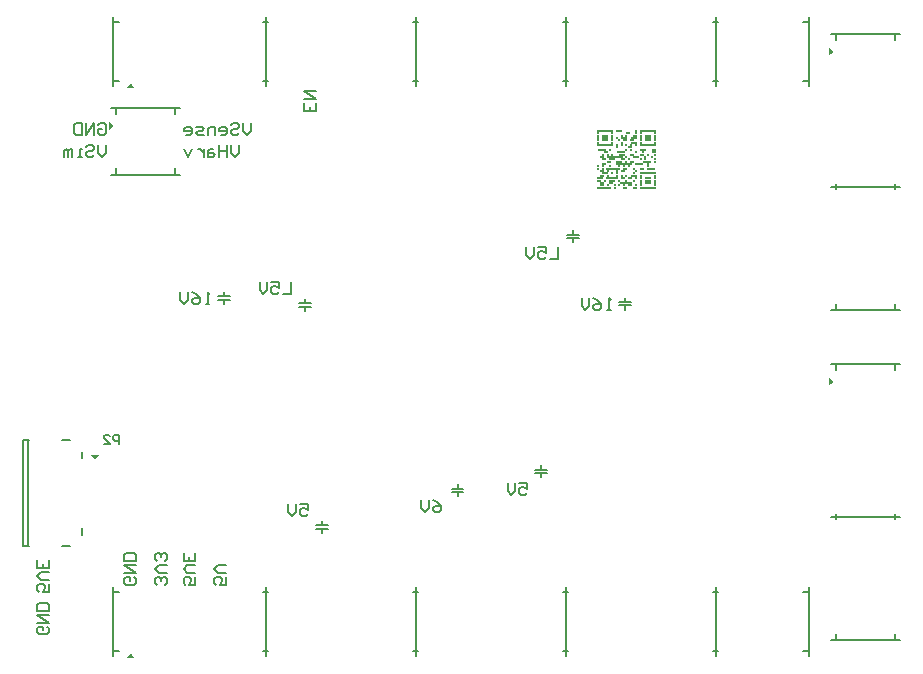
<source format=gbr>
%TF.GenerationSoftware,Altium Limited,Altium Designer,23.9.2 (47)*%
G04 Layer_Color=32896*
%FSLAX45Y45*%
%MOMM*%
%TF.SameCoordinates,F1AFF133-CB08-443C-B5AD-2193434A7FAF*%
%TF.FilePolarity,Positive*%
%TF.FileFunction,Legend,Bot*%
%TF.Part,Single*%
G01*
G75*
%TA.AperFunction,NonConductor*%
%ADD108C,0.15000*%
%ADD109C,0.20000*%
%ADD110R,1.40000X0.15001*%
%ADD111R,0.60000X0.15001*%
%ADD112R,0.20000X0.15001*%
%ADD113R,0.40000X0.15001*%
%ADD114R,0.60000X0.14996*%
%ADD115R,0.20000X0.14996*%
%ADD116R,0.40000X0.14996*%
%ADD117R,1.40000X0.14996*%
%ADD118R,0.80000X0.14996*%
%ADD119R,1.20000X0.14996*%
%ADD120R,1.00000X0.14996*%
G36*
X7988000Y5143500D02*
X7948000Y5111343D01*
Y5175658D01*
X7988000Y5143500D01*
D02*
G37*
G36*
X2064157Y4836500D02*
X1999842D01*
X2032000Y4876500D01*
X2064157Y4836500D01*
D02*
G37*
G36*
X1892000Y4512400D02*
X1852000Y4480243D01*
Y4544558D01*
X1892000Y4512400D01*
D02*
G37*
G36*
X7988000Y2349500D02*
X7948000Y2317343D01*
Y2381658D01*
X7988000Y2349500D01*
D02*
G37*
G36*
X1728921Y1690706D02*
X1696764Y1729294D01*
X1761079D01*
X1728921Y1690706D01*
D02*
G37*
G36*
X2064157Y10500D02*
X1999842D01*
X2032000Y50500D01*
X2064157Y10500D01*
D02*
G37*
D108*
X5730000Y3565000D02*
X5830000D01*
X5730000Y3595000D02*
X5830000D01*
X5779927D02*
Y3630000D01*
Y3530000D02*
X5780000Y3565000D01*
X5460000Y1575000D02*
X5560000D01*
X5460000Y1605000D02*
X5560000D01*
X5509927D02*
Y1640000D01*
Y1540000D02*
X5510000Y1575000D01*
X6170000Y2995000D02*
X6270000D01*
X6170000Y3025000D02*
X6270000D01*
X6219927D02*
Y3060000D01*
Y2960000D02*
X6220000Y2995000D01*
X3460000Y3015000D02*
X3560000D01*
X3460000Y2985000D02*
X3560000D01*
X3510073Y2950000D02*
Y2985000D01*
X3510000Y3015000D02*
X3510073Y3050000D01*
X3600000Y1135000D02*
X3700000D01*
X3600000Y1105000D02*
X3700000D01*
X3650073Y1070000D02*
Y1105000D01*
X3650000Y1135000D02*
X3650073Y1170000D01*
X4750000Y1415000D02*
X4850000D01*
X4750000Y1445000D02*
X4850000D01*
X4799927D02*
Y1480000D01*
Y1380000D02*
X4800000Y1415000D01*
X2770000Y3075000D02*
X2870000D01*
X2770000Y3045000D02*
X2870000D01*
X2820073Y3010000D02*
Y3045000D01*
X2820000Y3075000D02*
X2820073Y3110000D01*
X1120000Y955000D02*
Y1855000D01*
X1620000Y1055000D02*
Y1110000D01*
X1120000Y1855000D02*
X1170000D01*
X1160000Y955179D02*
Y1855000D01*
X1120000Y955000D02*
X1170000D01*
X1450000D02*
X1520000D01*
X1620000Y1700000D02*
Y1755000D01*
X1450000Y1855000D02*
X1520000D01*
X1936645Y1820013D02*
Y1899987D01*
X1896658D01*
X1883329Y1886658D01*
Y1860000D01*
X1896658Y1846671D01*
X1936645D01*
X1803355Y1820013D02*
X1856671D01*
X1803355Y1873329D01*
Y1886658D01*
X1816684Y1899987D01*
X1843342D01*
X1856671Y1886658D01*
D109*
X8508000Y2449500D02*
Y2499500D01*
X7963000Y2501500D02*
X8548000D01*
X8003000Y2449500D02*
Y2499500D01*
X7963000Y1206500D02*
X8548000D01*
X8508000Y1184500D02*
Y1229500D01*
X8003000Y1184500D02*
Y1229500D01*
X7972000Y1206500D02*
X8537000D01*
X8003000Y1184500D02*
Y1229500D01*
X8508000Y1184500D02*
Y1229500D01*
Y164500D02*
Y214500D01*
X8003000Y164500D02*
Y214500D01*
X7963000Y160500D02*
X8548000D01*
X8508000Y5243500D02*
Y5293500D01*
X7963000Y5295500D02*
X8548000D01*
X8003000Y5243500D02*
Y5293500D01*
X7963000Y4000500D02*
X8548000D01*
X8508000Y3978500D02*
Y4023500D01*
X8003000Y3978500D02*
Y4023500D01*
X7972000Y4000500D02*
X8537000D01*
X8003000Y3978500D02*
Y4023500D01*
X8508000Y3978500D02*
Y4023500D01*
Y2958500D02*
Y3008500D01*
X8003000Y2958500D02*
Y3008500D01*
X7963000Y2954500D02*
X8548000D01*
X6962000Y570500D02*
X7007000D01*
X6962000Y65500D02*
X7007000D01*
X6985000Y34500D02*
Y599500D01*
X6962000Y65500D02*
X7007000D01*
X6962000Y570500D02*
X7007000D01*
X6985000Y25500D02*
Y610500D01*
X5692000Y570500D02*
X5737000D01*
X5692000Y65500D02*
X5737000D01*
X5715000Y34500D02*
Y599500D01*
X5692000Y65500D02*
X5737000D01*
X5692000Y570500D02*
X5737000D01*
X5715000Y25500D02*
Y610500D01*
X4422000Y570500D02*
X4467000D01*
X4422000Y65500D02*
X4467000D01*
X4445000Y34500D02*
Y599500D01*
X4422000Y65500D02*
X4467000D01*
X4422000Y570500D02*
X4467000D01*
X4445000Y25500D02*
Y610500D01*
X7777000Y25500D02*
Y610500D01*
X7723000Y65500D02*
X7773000D01*
X7723000Y570500D02*
X7773000D01*
X3152000D02*
X3197000D01*
X3152000Y65500D02*
X3197000D01*
X3175000Y34500D02*
Y599500D01*
X3152000Y65500D02*
X3197000D01*
X3152000Y570500D02*
X3197000D01*
X3175000Y25500D02*
Y610500D01*
X1882000Y65500D02*
X1932000D01*
X1880000Y25500D02*
Y610500D01*
X1882000Y570500D02*
X1932000D01*
X6962000Y5396500D02*
X7007000D01*
X6962000Y4891500D02*
X7007000D01*
X6985000Y4860500D02*
Y5425500D01*
X6962000Y4891500D02*
X7007000D01*
X6962000Y5396500D02*
X7007000D01*
X6985000Y4851500D02*
Y5436500D01*
X5692000Y5396500D02*
X5737000D01*
X5692000Y4891500D02*
X5737000D01*
X5715000Y4860500D02*
Y5425500D01*
X5692000Y4891500D02*
X5737000D01*
X5692000Y5396500D02*
X5737000D01*
X5715000Y4851500D02*
Y5436500D01*
X4422000Y5396500D02*
X4467000D01*
X4422000Y4891500D02*
X4467000D01*
X4445000Y4860500D02*
Y5425500D01*
X4422000Y4891500D02*
X4467000D01*
X4422000Y5396500D02*
X4467000D01*
X4445000Y4851500D02*
Y5436500D01*
X7777000Y4851500D02*
Y5436500D01*
X7723000Y4891500D02*
X7773000D01*
X7723000Y5396500D02*
X7773000D01*
X3152000D02*
X3197000D01*
X3152000Y4891500D02*
X3197000D01*
X3175000Y4860500D02*
Y5425500D01*
X3152000Y4891500D02*
X3197000D01*
X3152000Y5396500D02*
X3197000D01*
X3175000Y4851500D02*
Y5436500D01*
X1882000Y4891500D02*
X1932000D01*
X1880000Y4851500D02*
Y5436500D01*
X1882000Y5396500D02*
X1932000D01*
X2412000Y4112400D02*
Y4157400D01*
X1907000Y4112400D02*
Y4157400D01*
X1867000Y4101400D02*
X2452000D01*
X2412000Y4612400D02*
Y4657400D01*
X1867000Y4664400D02*
X2452000D01*
X1907000Y4612400D02*
Y4657400D01*
X3390000Y3189968D02*
Y3090000D01*
X3323355D01*
X3223387Y3189968D02*
X3290032D01*
Y3139984D01*
X3256710Y3156645D01*
X3240048D01*
X3223387Y3139984D01*
Y3106661D01*
X3240048Y3090000D01*
X3273371D01*
X3290032Y3106661D01*
X3190064Y3189968D02*
Y3123322D01*
X3156742Y3090000D01*
X3123419Y3123322D01*
Y3189968D01*
X6100000Y2960000D02*
X6066677D01*
X6083339D01*
Y3059968D01*
X6100000Y3043306D01*
X5950049Y3059968D02*
X5983371Y3043306D01*
X6016694Y3009984D01*
Y2976661D01*
X6000032Y2960000D01*
X5966710D01*
X5950049Y2976661D01*
Y2993322D01*
X5966710Y3009984D01*
X6016694D01*
X5916726Y3059968D02*
Y2993322D01*
X5883403Y2960000D01*
X5850081Y2993322D01*
Y3059968D01*
X5323355Y1489968D02*
X5390000D01*
Y1439984D01*
X5356678Y1456645D01*
X5340016D01*
X5323355Y1439984D01*
Y1406661D01*
X5340016Y1390000D01*
X5373339D01*
X5390000Y1406661D01*
X5290032Y1489968D02*
Y1423323D01*
X5256710Y1390000D01*
X5223387Y1423323D01*
Y1489968D01*
X3463355Y1309968D02*
X3530000D01*
Y1259984D01*
X3496678Y1276645D01*
X3480016D01*
X3463355Y1259984D01*
Y1226661D01*
X3480016Y1210000D01*
X3513339D01*
X3530000Y1226661D01*
X3430032Y1309968D02*
Y1243322D01*
X3396710Y1210000D01*
X3363387Y1243322D01*
Y1309968D01*
X4593355Y1349968D02*
X4626678Y1333306D01*
X4660000Y1299984D01*
Y1266661D01*
X4643339Y1250000D01*
X4610016D01*
X4593355Y1266661D01*
Y1283323D01*
X4610016Y1299984D01*
X4660000D01*
X4560032Y1349968D02*
Y1283323D01*
X4526710Y1250000D01*
X4493387Y1283323D01*
Y1349968D01*
X5650000Y3489968D02*
Y3390000D01*
X5583355D01*
X5483387Y3489968D02*
X5550032D01*
Y3439984D01*
X5516710Y3456645D01*
X5500048D01*
X5483387Y3439984D01*
Y3406661D01*
X5500048Y3390000D01*
X5533371D01*
X5550032Y3406661D01*
X5450065Y3489968D02*
Y3423323D01*
X5416742Y3390000D01*
X5383420Y3423323D01*
Y3489968D01*
X2700000Y3010000D02*
X2666677D01*
X2683339D01*
Y3109968D01*
X2700000Y3093306D01*
X2550048Y3109968D02*
X2583371Y3093306D01*
X2616694Y3059984D01*
Y3026661D01*
X2600032Y3010000D01*
X2566710D01*
X2550048Y3026661D01*
Y3043323D01*
X2566710Y3059984D01*
X2616694D01*
X2516726Y3109968D02*
Y3043323D01*
X2483403Y3010000D01*
X2450081Y3043323D01*
Y3109968D01*
X1339968Y636645D02*
Y570000D01*
X1289984D01*
X1306645Y603322D01*
Y619984D01*
X1289984Y636645D01*
X1256661D01*
X1240000Y619984D01*
Y586661D01*
X1256661Y570000D01*
X1339968Y669968D02*
X1273323D01*
X1240000Y703290D01*
X1273323Y736613D01*
X1339968D01*
Y836580D02*
Y769935D01*
X1240000D01*
Y836580D01*
X1289984Y769935D02*
Y803258D01*
X1323306Y276645D02*
X1339968Y259983D01*
Y226661D01*
X1323306Y210000D01*
X1256661D01*
X1240000Y226661D01*
Y259983D01*
X1256661Y276645D01*
X1289984D01*
Y243322D01*
X1240000Y309967D02*
X1339968D01*
X1240000Y376612D01*
X1339968D01*
Y409935D02*
X1240000D01*
Y459919D01*
X1256661Y476580D01*
X1323306D01*
X1339968Y459919D01*
Y409935D01*
X2950000Y4349968D02*
Y4283322D01*
X2916677Y4250000D01*
X2883355Y4283322D01*
Y4349968D01*
X2850032D02*
Y4250000D01*
Y4299984D01*
X2783387D01*
Y4349968D01*
Y4250000D01*
X2733403Y4316645D02*
X2700080D01*
X2683419Y4299984D01*
Y4250000D01*
X2733403D01*
X2750064Y4266661D01*
X2733403Y4283322D01*
X2683419D01*
X2650097Y4316645D02*
Y4250000D01*
Y4283322D01*
X2633435Y4299984D01*
X2616774Y4316645D01*
X2600113D01*
X2550129D02*
X2516806Y4250000D01*
X2483484Y4316645D01*
X3050000Y4539968D02*
Y4473323D01*
X3016677Y4440000D01*
X2983355Y4473323D01*
Y4539968D01*
X2883387Y4523306D02*
X2900048Y4539968D01*
X2933371D01*
X2950032Y4523306D01*
Y4506645D01*
X2933371Y4489984D01*
X2900048D01*
X2883387Y4473323D01*
Y4456661D01*
X2900048Y4440000D01*
X2933371D01*
X2950032Y4456661D01*
X2800081Y4440000D02*
X2833403D01*
X2850064Y4456661D01*
Y4489984D01*
X2833403Y4506645D01*
X2800081D01*
X2783419Y4489984D01*
Y4473323D01*
X2850064D01*
X2750097Y4440000D02*
Y4506645D01*
X2700113D01*
X2683452Y4489984D01*
Y4440000D01*
X2650129D02*
X2600145D01*
X2583484Y4456661D01*
X2600145Y4473323D01*
X2633467D01*
X2650129Y4489984D01*
X2633467Y4506645D01*
X2583484D01*
X2500177Y4440000D02*
X2533500D01*
X2550161Y4456661D01*
Y4489984D01*
X2533500Y4506645D01*
X2500177D01*
X2483516Y4489984D01*
Y4473323D01*
X2550161D01*
X1820000Y4349968D02*
Y4283322D01*
X1786677Y4250000D01*
X1753355Y4283322D01*
Y4349968D01*
X1653387Y4333306D02*
X1670048Y4349968D01*
X1703371D01*
X1720032Y4333306D01*
Y4316645D01*
X1703371Y4299984D01*
X1670048D01*
X1653387Y4283322D01*
Y4266661D01*
X1670048Y4250000D01*
X1703371D01*
X1720032Y4266661D01*
X1620064Y4250000D02*
X1586742D01*
X1603403D01*
Y4316645D01*
X1620064D01*
X1536758Y4250000D02*
Y4316645D01*
X1520097D01*
X1503435Y4299984D01*
Y4250000D01*
Y4299984D01*
X1486774Y4316645D01*
X1470113Y4299984D01*
Y4250000D01*
X1753355Y4523306D02*
X1770016Y4539968D01*
X1803339D01*
X1820000Y4523306D01*
Y4456661D01*
X1803339Y4440000D01*
X1770016D01*
X1753355Y4456661D01*
Y4489984D01*
X1786677D01*
X1720032Y4440000D02*
Y4539968D01*
X1653387Y4440000D01*
Y4539968D01*
X1620064D02*
Y4440000D01*
X1570080D01*
X1553419Y4456661D01*
Y4523306D01*
X1570080Y4539968D01*
X1620064D01*
X3599968Y4706645D02*
Y4640000D01*
X3500000D01*
Y4706645D01*
X3549984Y4640000D02*
Y4673322D01*
X3500000Y4739967D02*
X3599968D01*
X3500000Y4806612D01*
X3599968D01*
X2839968Y696645D02*
Y630000D01*
X2789984D01*
X2806645Y663322D01*
Y679983D01*
X2789984Y696645D01*
X2756661D01*
X2740000Y679983D01*
Y646661D01*
X2756661Y630000D01*
X2839968Y729967D02*
X2773322D01*
X2740000Y763290D01*
X2773322Y796612D01*
X2839968D01*
X2579968Y696645D02*
Y630000D01*
X2529984D01*
X2546645Y663322D01*
Y679983D01*
X2529984Y696645D01*
X2496661D01*
X2480000Y679983D01*
Y646661D01*
X2496661Y630000D01*
X2579968Y729967D02*
X2513322D01*
X2480000Y763290D01*
X2513322Y796612D01*
X2579968D01*
Y896580D02*
Y829935D01*
X2480000D01*
Y896580D01*
X2529984Y829935D02*
Y863258D01*
X2323306Y630000D02*
X2339968Y646661D01*
Y679983D01*
X2323306Y696645D01*
X2306645D01*
X2289984Y679983D01*
Y663322D01*
Y679983D01*
X2273322Y696645D01*
X2256661D01*
X2240000Y679983D01*
Y646661D01*
X2256661Y630000D01*
X2339968Y729967D02*
X2273322D01*
X2240000Y763290D01*
X2273322Y796612D01*
X2339968D01*
X2323306Y829935D02*
X2339968Y846596D01*
Y879919D01*
X2323306Y896580D01*
X2306645D01*
X2289984Y879919D01*
Y863258D01*
Y879919D01*
X2273322Y896580D01*
X2256661D01*
X2240000Y879919D01*
Y846596D01*
X2256661Y829935D01*
X2063306Y696645D02*
X2079968Y679983D01*
Y646661D01*
X2063306Y630000D01*
X1996661D01*
X1980000Y646661D01*
Y679983D01*
X1996661Y696645D01*
X2029984D01*
Y663322D01*
X1980000Y729967D02*
X2079968D01*
X1980000Y796612D01*
X2079968D01*
Y829935D02*
X1980000D01*
Y879919D01*
X1996661Y896580D01*
X2063306D01*
X2079968Y879919D01*
Y829935D01*
D110*
X6050000Y4472504D02*
D03*
X6409999D02*
D03*
D111*
X6170000D02*
D03*
X6050000Y4432504D02*
D03*
X6409999D02*
D03*
X6210000Y4412504D02*
D03*
X6369999Y4312504D02*
D03*
D112*
X6310000Y4472504D02*
D03*
X5990000Y4452504D02*
D03*
X6110000D02*
D03*
X6310000D02*
D03*
X6349999D02*
D03*
X6469999D02*
D03*
X5990000Y4432504D02*
D03*
X6110000D02*
D03*
X6190000D02*
D03*
X6230000D02*
D03*
X6349999D02*
D03*
X6469999D02*
D03*
X5990000Y4412504D02*
D03*
X6110000D02*
D03*
X6150000D02*
D03*
X6349999D02*
D03*
X6469999D02*
D03*
X5990000Y4392504D02*
D03*
X6110000D02*
D03*
X6349999D02*
D03*
X6469999D02*
D03*
X5990000Y4372504D02*
D03*
X6110000D02*
D03*
X6190000D02*
D03*
X6349999D02*
D03*
X6469999D02*
D03*
X6150000Y4352504D02*
D03*
X6190000D02*
D03*
X6230000D02*
D03*
X6270000D02*
D03*
X6310000D02*
D03*
X6150000Y4332504D02*
D03*
X6090000Y4312504D02*
D03*
X6230000D02*
D03*
X6270000D02*
D03*
D113*
X6240000Y4452504D02*
D03*
X6300000Y4432504D02*
D03*
X6220000Y4392504D02*
D03*
X6260000Y4332504D02*
D03*
X6459999Y4312504D02*
D03*
Y4292504D02*
D03*
D114*
X6050000Y4412501D02*
D03*
X6290000D02*
D03*
X6409999D02*
D03*
X6050000Y4392501D02*
D03*
X6409999D02*
D03*
X6290000Y4372501D02*
D03*
X6190000Y4272501D02*
D03*
X6310000Y4252502D02*
D03*
X6110000Y4232502D02*
D03*
X6170000Y4212502D02*
D03*
X6050000Y4112502D02*
D03*
X6290000Y4092502D02*
D03*
X6010000Y4072502D02*
D03*
X6409999D02*
D03*
X6110000Y4052502D02*
D03*
X6409999D02*
D03*
Y4032502D02*
D03*
D115*
X6170000Y4392501D02*
D03*
X6310000Y4292501D02*
D03*
X6369999D02*
D03*
X6030000Y4272501D02*
D03*
X6070000D02*
D03*
X6110000D02*
D03*
X6409999D02*
D03*
X6469999D02*
D03*
X6230000Y4252502D02*
D03*
X6389999D02*
D03*
X6449999D02*
D03*
X6250000Y4232502D02*
D03*
X6349999D02*
D03*
X6389999D02*
D03*
X6469999D02*
D03*
X6230000Y4212502D02*
D03*
X6469999D02*
D03*
X6409999Y4192502D02*
D03*
X5990000Y4172502D02*
D03*
X6030000D02*
D03*
X6090000D02*
D03*
X6170000D02*
D03*
X6210000D02*
D03*
X6250000D02*
D03*
X6409999D02*
D03*
X5990000Y4152502D02*
D03*
X6030000D02*
D03*
X6290000D02*
D03*
X6070000Y4132502D02*
D03*
X6150000D02*
D03*
X6310000D02*
D03*
X6110000Y4112502D02*
D03*
X6150000D02*
D03*
X6290000D02*
D03*
X6070000Y4092502D02*
D03*
X6150000D02*
D03*
X6190000D02*
D03*
X6230000D02*
D03*
X6349999D02*
D03*
X6469999D02*
D03*
X6310000Y4072502D02*
D03*
X6349999D02*
D03*
X6469999D02*
D03*
X6050000Y4052502D02*
D03*
X6170000D02*
D03*
X6230000D02*
D03*
X6290000D02*
D03*
X6349999D02*
D03*
X6469999D02*
D03*
X6349999Y4032502D02*
D03*
X6469999D02*
D03*
X6070000Y4012502D02*
D03*
X6130000D02*
D03*
X6170000D02*
D03*
X6210000D02*
D03*
X6310000D02*
D03*
X6349999D02*
D03*
X6469999D02*
D03*
X6130000Y3992502D02*
D03*
D116*
X6280000Y4392501D02*
D03*
X6060000Y4292501D02*
D03*
X6280000Y4272501D02*
D03*
X6359999D02*
D03*
X6020000Y4252502D02*
D03*
X6040000Y4232502D02*
D03*
X6200000D02*
D03*
X6080000Y4212502D02*
D03*
X6280000D02*
D03*
X6040000Y4192502D02*
D03*
X6220000Y4152502D02*
D03*
X6359999D02*
D03*
X6020000Y4132502D02*
D03*
X6200000D02*
D03*
X6020000Y4092502D02*
D03*
X6200000Y4072502D02*
D03*
X6260000D02*
D03*
X6000000Y4052502D02*
D03*
X6020000Y4032502D02*
D03*
X6100000D02*
D03*
X6020000Y4012502D02*
D03*
X6260000D02*
D03*
X6220000Y3992502D02*
D03*
X6300000D02*
D03*
D117*
X6050000Y4352501D02*
D03*
X6409999D02*
D03*
X6130000Y4252502D02*
D03*
X6210000Y4192502D02*
D03*
X6409999Y4112502D02*
D03*
Y3992502D02*
D03*
D118*
X6020000Y4312501D02*
D03*
X6180000Y4292501D02*
D03*
X6399999Y4212502D02*
D03*
X6340000Y4192502D02*
D03*
X6439999Y4152502D02*
D03*
D119*
X6120000D02*
D03*
X6040000Y3992502D02*
D03*
D120*
X6110000Y4072502D02*
D03*
X6230000Y4032502D02*
D03*
%TF.MD5,9076ae15a03fec572c71e22fbd7c8b9d*%
M02*

</source>
